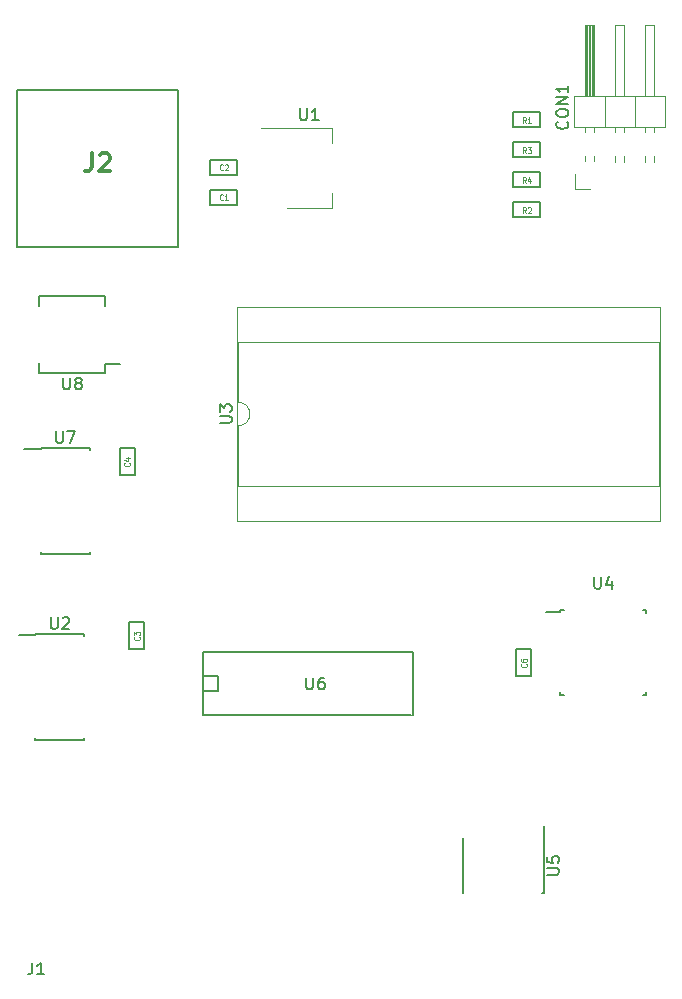
<source format=gto>
G04 #@! TF.GenerationSoftware,KiCad,Pcbnew,(2018-02-09 revision dba198e57)-makepkg*
G04 #@! TF.CreationDate,2018-02-11T15:57:52+01:00*
G04 #@! TF.ProjectId,videopaccart,766964656F706163636172742E6B6963,rev?*
G04 #@! TF.SameCoordinates,Original*
G04 #@! TF.FileFunction,Legend,Top*
G04 #@! TF.FilePolarity,Positive*
%FSLAX46Y46*%
G04 Gerber Fmt 4.6, Leading zero omitted, Abs format (unit mm)*
G04 Created by KiCad (PCBNEW (2018-02-09 revision dba198e57)-makepkg) date 02/11/18 15:57:52*
%MOMM*%
%LPD*%
G01*
G04 APERTURE LIST*
%ADD10C,0.200660*%
%ADD11C,0.120000*%
%ADD12C,0.150000*%
%ADD13C,0.127000*%
%ADD14C,0.304800*%
%ADD15C,0.114300*%
G04 APERTURE END LIST*
D10*
X137863580Y-46228000D02*
X137863580Y-59527440D01*
X137863580Y-59527440D02*
X124264420Y-59527440D01*
X124264420Y-59527440D02*
X124264420Y-46228000D01*
X124264420Y-46228000D02*
X137863580Y-46228000D01*
D11*
X171390000Y-49360000D02*
X179130000Y-49360000D01*
X179130000Y-49360000D02*
X179130000Y-46700000D01*
X179130000Y-46700000D02*
X171390000Y-46700000D01*
X171390000Y-46700000D02*
X171390000Y-49360000D01*
X172340000Y-46700000D02*
X172340000Y-40700000D01*
X172340000Y-40700000D02*
X173100000Y-40700000D01*
X173100000Y-40700000D02*
X173100000Y-46700000D01*
X172400000Y-46700000D02*
X172400000Y-40700000D01*
X172520000Y-46700000D02*
X172520000Y-40700000D01*
X172640000Y-46700000D02*
X172640000Y-40700000D01*
X172760000Y-46700000D02*
X172760000Y-40700000D01*
X172880000Y-46700000D02*
X172880000Y-40700000D01*
X173000000Y-46700000D02*
X173000000Y-40700000D01*
X172340000Y-49757071D02*
X172340000Y-49360000D01*
X173100000Y-49757071D02*
X173100000Y-49360000D01*
X172340000Y-52230000D02*
X172340000Y-51842929D01*
X173100000Y-52230000D02*
X173100000Y-51842929D01*
X173990000Y-49360000D02*
X173990000Y-46700000D01*
X174880000Y-46700000D02*
X174880000Y-40700000D01*
X174880000Y-40700000D02*
X175640000Y-40700000D01*
X175640000Y-40700000D02*
X175640000Y-46700000D01*
X174880000Y-49757071D02*
X174880000Y-49360000D01*
X175640000Y-49757071D02*
X175640000Y-49360000D01*
X174880000Y-52297071D02*
X174880000Y-51842929D01*
X175640000Y-52297071D02*
X175640000Y-51842929D01*
X176530000Y-49360000D02*
X176530000Y-46700000D01*
X177420000Y-46700000D02*
X177420000Y-40700000D01*
X177420000Y-40700000D02*
X178180000Y-40700000D01*
X178180000Y-40700000D02*
X178180000Y-46700000D01*
X177420000Y-49757071D02*
X177420000Y-49360000D01*
X178180000Y-49757071D02*
X178180000Y-49360000D01*
X177420000Y-52297071D02*
X177420000Y-51842929D01*
X178180000Y-52297071D02*
X178180000Y-51842929D01*
X172720000Y-54610000D02*
X171450000Y-54610000D01*
X171450000Y-54610000D02*
X171450000Y-53340000D01*
D12*
X170238000Y-90228000D02*
X170238000Y-90453000D01*
X177488000Y-90228000D02*
X177488000Y-90528000D01*
X177488000Y-97478000D02*
X177488000Y-97178000D01*
X170238000Y-97478000D02*
X170238000Y-97178000D01*
X170238000Y-90228000D02*
X170538000Y-90228000D01*
X170238000Y-97478000D02*
X170538000Y-97478000D01*
X177488000Y-97478000D02*
X177188000Y-97478000D01*
X177488000Y-90228000D02*
X177188000Y-90228000D01*
X170238000Y-90453000D02*
X169013000Y-90453000D01*
X168815000Y-114233000D02*
X168715000Y-114233000D01*
X161990000Y-114233000D02*
X162015000Y-114233000D01*
X161990000Y-109583000D02*
X162015000Y-109583000D01*
X168815000Y-108508000D02*
X168815000Y-114233000D01*
X161990000Y-109583000D02*
X161990000Y-114233000D01*
D11*
X150856000Y-56242000D02*
X150856000Y-54982000D01*
X150856000Y-49422000D02*
X150856000Y-50682000D01*
X147096000Y-56242000D02*
X150856000Y-56242000D01*
X144846000Y-49422000D02*
X150856000Y-49422000D01*
D12*
X125781000Y-92324000D02*
X125781000Y-92349000D01*
X129931000Y-92324000D02*
X129931000Y-92439000D01*
X129931000Y-101224000D02*
X129931000Y-101109000D01*
X125781000Y-101224000D02*
X125781000Y-101109000D01*
X125781000Y-92324000D02*
X129931000Y-92324000D01*
X125781000Y-101224000D02*
X129931000Y-101224000D01*
X125781000Y-92349000D02*
X124406000Y-92349000D01*
X131680000Y-70204000D02*
X131680000Y-69404000D01*
X126130000Y-70204000D02*
X126130000Y-69304000D01*
X126130000Y-63654000D02*
X126130000Y-64554000D01*
X131680000Y-63654000D02*
X131680000Y-64554000D01*
X131680000Y-70204000D02*
X126130000Y-70204000D01*
X131680000Y-63654000D02*
X126130000Y-63654000D01*
X131680000Y-69404000D02*
X132955000Y-69404000D01*
X126228000Y-76576000D02*
X126228000Y-76601000D01*
X130378000Y-76576000D02*
X130378000Y-76691000D01*
X130378000Y-85476000D02*
X130378000Y-85361000D01*
X126228000Y-85476000D02*
X126228000Y-85361000D01*
X126228000Y-76576000D02*
X130378000Y-76576000D01*
X126228000Y-85476000D02*
X130378000Y-85476000D01*
X126228000Y-76601000D02*
X124853000Y-76601000D01*
X157607000Y-99187000D02*
X139954000Y-99187000D01*
X139954000Y-93853000D02*
X157734000Y-93853000D01*
X157734000Y-99187000D02*
X157734000Y-93853000D01*
X139954000Y-93853000D02*
X139954000Y-99187000D01*
X139954000Y-95885000D02*
X141224000Y-95885000D01*
X141224000Y-95885000D02*
X141224000Y-97155000D01*
X141224000Y-97155000D02*
X139954000Y-97155000D01*
D11*
X142882000Y-64600000D02*
X142882000Y-82720000D01*
X178682000Y-64600000D02*
X142882000Y-64600000D01*
X178682000Y-82720000D02*
X178682000Y-64600000D01*
X142882000Y-82720000D02*
X178682000Y-82720000D01*
X142942000Y-67600000D02*
X142942000Y-72660000D01*
X178622000Y-67600000D02*
X142942000Y-67600000D01*
X178622000Y-79720000D02*
X178622000Y-67600000D01*
X142942000Y-79720000D02*
X178622000Y-79720000D01*
X142942000Y-74660000D02*
X142942000Y-79720000D01*
X142942000Y-72660000D02*
G75*
G02X142942000Y-74660000I0J-1000000D01*
G01*
D13*
X142875000Y-56007000D02*
X140589000Y-56007000D01*
X140589000Y-56007000D02*
X140589000Y-54737000D01*
X140589000Y-54737000D02*
X142875000Y-54737000D01*
X142875000Y-54737000D02*
X142875000Y-56007000D01*
X142875000Y-52197000D02*
X142875000Y-53467000D01*
X140589000Y-52197000D02*
X142875000Y-52197000D01*
X140589000Y-53467000D02*
X140589000Y-52197000D01*
X142875000Y-53467000D02*
X140589000Y-53467000D01*
X135001000Y-93599000D02*
X133731000Y-93599000D01*
X135001000Y-91313000D02*
X135001000Y-93599000D01*
X133731000Y-91313000D02*
X135001000Y-91313000D01*
X133731000Y-93599000D02*
X133731000Y-91313000D01*
X134239000Y-76581000D02*
X134239000Y-78867000D01*
X134239000Y-78867000D02*
X132969000Y-78867000D01*
X132969000Y-78867000D02*
X132969000Y-76581000D01*
X132969000Y-76581000D02*
X134239000Y-76581000D01*
X166497000Y-95885000D02*
X166497000Y-93599000D01*
X166497000Y-93599000D02*
X167767000Y-93599000D01*
X167767000Y-93599000D02*
X167767000Y-95885000D01*
X167767000Y-95885000D02*
X166497000Y-95885000D01*
X166243000Y-48133000D02*
X168529000Y-48133000D01*
X168529000Y-48133000D02*
X168529000Y-49403000D01*
X168529000Y-49403000D02*
X166243000Y-49403000D01*
X166243000Y-49403000D02*
X166243000Y-48133000D01*
X166243000Y-57023000D02*
X166243000Y-55753000D01*
X168529000Y-57023000D02*
X166243000Y-57023000D01*
X168529000Y-55753000D02*
X168529000Y-57023000D01*
X166243000Y-55753000D02*
X168529000Y-55753000D01*
X166243000Y-50673000D02*
X168529000Y-50673000D01*
X168529000Y-50673000D02*
X168529000Y-51943000D01*
X168529000Y-51943000D02*
X166243000Y-51943000D01*
X166243000Y-51943000D02*
X166243000Y-50673000D01*
X166243000Y-54483000D02*
X166243000Y-53213000D01*
X168529000Y-54483000D02*
X166243000Y-54483000D01*
X168529000Y-53213000D02*
X168529000Y-54483000D01*
X166243000Y-53213000D02*
X168529000Y-53213000D01*
D12*
X125506666Y-120102380D02*
X125506666Y-120816666D01*
X125459047Y-120959523D01*
X125363809Y-121054761D01*
X125220952Y-121102380D01*
X125125714Y-121102380D01*
X126506666Y-121102380D02*
X125935238Y-121102380D01*
X126220952Y-121102380D02*
X126220952Y-120102380D01*
X126125714Y-120245238D01*
X126030476Y-120340476D01*
X125935238Y-120388095D01*
D14*
X130571240Y-51596108D02*
X130571240Y-52684680D01*
X130498668Y-52902394D01*
X130353525Y-53047537D01*
X130135811Y-53120108D01*
X129990668Y-53120108D01*
X131224382Y-51741251D02*
X131296954Y-51668680D01*
X131442097Y-51596108D01*
X131804954Y-51596108D01*
X131950097Y-51668680D01*
X132022668Y-51741251D01*
X132095240Y-51886394D01*
X132095240Y-52031537D01*
X132022668Y-52249251D01*
X131151811Y-53120108D01*
X132095240Y-53120108D01*
D12*
X170807142Y-48899285D02*
X170854761Y-48946904D01*
X170902380Y-49089761D01*
X170902380Y-49185000D01*
X170854761Y-49327857D01*
X170759523Y-49423095D01*
X170664285Y-49470714D01*
X170473809Y-49518333D01*
X170330952Y-49518333D01*
X170140476Y-49470714D01*
X170045238Y-49423095D01*
X169950000Y-49327857D01*
X169902380Y-49185000D01*
X169902380Y-49089761D01*
X169950000Y-48946904D01*
X169997619Y-48899285D01*
X169902380Y-48280238D02*
X169902380Y-48089761D01*
X169950000Y-47994523D01*
X170045238Y-47899285D01*
X170235714Y-47851666D01*
X170569047Y-47851666D01*
X170759523Y-47899285D01*
X170854761Y-47994523D01*
X170902380Y-48089761D01*
X170902380Y-48280238D01*
X170854761Y-48375476D01*
X170759523Y-48470714D01*
X170569047Y-48518333D01*
X170235714Y-48518333D01*
X170045238Y-48470714D01*
X169950000Y-48375476D01*
X169902380Y-48280238D01*
X170902380Y-47423095D02*
X169902380Y-47423095D01*
X170902380Y-46851666D01*
X169902380Y-46851666D01*
X170902380Y-45851666D02*
X170902380Y-46423095D01*
X170902380Y-46137380D02*
X169902380Y-46137380D01*
X170045238Y-46232619D01*
X170140476Y-46327857D01*
X170188095Y-46423095D01*
X173101095Y-87455380D02*
X173101095Y-88264904D01*
X173148714Y-88360142D01*
X173196333Y-88407761D01*
X173291571Y-88455380D01*
X173482047Y-88455380D01*
X173577285Y-88407761D01*
X173624904Y-88360142D01*
X173672523Y-88264904D01*
X173672523Y-87455380D01*
X174577285Y-87788714D02*
X174577285Y-88455380D01*
X174339190Y-87407761D02*
X174101095Y-88122047D01*
X174720142Y-88122047D01*
X169117380Y-112669904D02*
X169926904Y-112669904D01*
X170022142Y-112622285D01*
X170069761Y-112574666D01*
X170117380Y-112479428D01*
X170117380Y-112288952D01*
X170069761Y-112193714D01*
X170022142Y-112146095D01*
X169926904Y-112098476D01*
X169117380Y-112098476D01*
X169117380Y-111146095D02*
X169117380Y-111622285D01*
X169593571Y-111669904D01*
X169545952Y-111622285D01*
X169498333Y-111527047D01*
X169498333Y-111288952D01*
X169545952Y-111193714D01*
X169593571Y-111146095D01*
X169688809Y-111098476D01*
X169926904Y-111098476D01*
X170022142Y-111146095D01*
X170069761Y-111193714D01*
X170117380Y-111288952D01*
X170117380Y-111527047D01*
X170069761Y-111622285D01*
X170022142Y-111669904D01*
X148184095Y-47784380D02*
X148184095Y-48593904D01*
X148231714Y-48689142D01*
X148279333Y-48736761D01*
X148374571Y-48784380D01*
X148565047Y-48784380D01*
X148660285Y-48736761D01*
X148707904Y-48689142D01*
X148755523Y-48593904D01*
X148755523Y-47784380D01*
X149755523Y-48784380D02*
X149184095Y-48784380D01*
X149469809Y-48784380D02*
X149469809Y-47784380D01*
X149374571Y-47927238D01*
X149279333Y-48022476D01*
X149184095Y-48070095D01*
X127094095Y-90851380D02*
X127094095Y-91660904D01*
X127141714Y-91756142D01*
X127189333Y-91803761D01*
X127284571Y-91851380D01*
X127475047Y-91851380D01*
X127570285Y-91803761D01*
X127617904Y-91756142D01*
X127665523Y-91660904D01*
X127665523Y-90851380D01*
X128094095Y-90946619D02*
X128141714Y-90899000D01*
X128236952Y-90851380D01*
X128475047Y-90851380D01*
X128570285Y-90899000D01*
X128617904Y-90946619D01*
X128665523Y-91041857D01*
X128665523Y-91137095D01*
X128617904Y-91279952D01*
X128046476Y-91851380D01*
X128665523Y-91851380D01*
X128143095Y-70581380D02*
X128143095Y-71390904D01*
X128190714Y-71486142D01*
X128238333Y-71533761D01*
X128333571Y-71581380D01*
X128524047Y-71581380D01*
X128619285Y-71533761D01*
X128666904Y-71486142D01*
X128714523Y-71390904D01*
X128714523Y-70581380D01*
X129333571Y-71009952D02*
X129238333Y-70962333D01*
X129190714Y-70914714D01*
X129143095Y-70819476D01*
X129143095Y-70771857D01*
X129190714Y-70676619D01*
X129238333Y-70629000D01*
X129333571Y-70581380D01*
X129524047Y-70581380D01*
X129619285Y-70629000D01*
X129666904Y-70676619D01*
X129714523Y-70771857D01*
X129714523Y-70819476D01*
X129666904Y-70914714D01*
X129619285Y-70962333D01*
X129524047Y-71009952D01*
X129333571Y-71009952D01*
X129238333Y-71057571D01*
X129190714Y-71105190D01*
X129143095Y-71200428D01*
X129143095Y-71390904D01*
X129190714Y-71486142D01*
X129238333Y-71533761D01*
X129333571Y-71581380D01*
X129524047Y-71581380D01*
X129619285Y-71533761D01*
X129666904Y-71486142D01*
X129714523Y-71390904D01*
X129714523Y-71200428D01*
X129666904Y-71105190D01*
X129619285Y-71057571D01*
X129524047Y-71009952D01*
X127541095Y-75103380D02*
X127541095Y-75912904D01*
X127588714Y-76008142D01*
X127636333Y-76055761D01*
X127731571Y-76103380D01*
X127922047Y-76103380D01*
X128017285Y-76055761D01*
X128064904Y-76008142D01*
X128112523Y-75912904D01*
X128112523Y-75103380D01*
X128493476Y-75103380D02*
X129160142Y-75103380D01*
X128731571Y-76103380D01*
X148717095Y-95972380D02*
X148717095Y-96781904D01*
X148764714Y-96877142D01*
X148812333Y-96924761D01*
X148907571Y-96972380D01*
X149098047Y-96972380D01*
X149193285Y-96924761D01*
X149240904Y-96877142D01*
X149288523Y-96781904D01*
X149288523Y-95972380D01*
X150193285Y-95972380D02*
X150002809Y-95972380D01*
X149907571Y-96020000D01*
X149859952Y-96067619D01*
X149764714Y-96210476D01*
X149717095Y-96400952D01*
X149717095Y-96781904D01*
X149764714Y-96877142D01*
X149812333Y-96924761D01*
X149907571Y-96972380D01*
X150098047Y-96972380D01*
X150193285Y-96924761D01*
X150240904Y-96877142D01*
X150288523Y-96781904D01*
X150288523Y-96543809D01*
X150240904Y-96448571D01*
X150193285Y-96400952D01*
X150098047Y-96353333D01*
X149907571Y-96353333D01*
X149812333Y-96400952D01*
X149764714Y-96448571D01*
X149717095Y-96543809D01*
X141394380Y-74421904D02*
X142203904Y-74421904D01*
X142299142Y-74374285D01*
X142346761Y-74326666D01*
X142394380Y-74231428D01*
X142394380Y-74040952D01*
X142346761Y-73945714D01*
X142299142Y-73898095D01*
X142203904Y-73850476D01*
X141394380Y-73850476D01*
X141394380Y-73469523D02*
X141394380Y-72850476D01*
X141775333Y-73183809D01*
X141775333Y-73040952D01*
X141822952Y-72945714D01*
X141870571Y-72898095D01*
X141965809Y-72850476D01*
X142203904Y-72850476D01*
X142299142Y-72898095D01*
X142346761Y-72945714D01*
X142394380Y-73040952D01*
X142394380Y-73326666D01*
X142346761Y-73421904D01*
X142299142Y-73469523D01*
D15*
X141655800Y-55517868D02*
X141634028Y-55542059D01*
X141568714Y-55566249D01*
X141525171Y-55566249D01*
X141459857Y-55542059D01*
X141416314Y-55493678D01*
X141394542Y-55445297D01*
X141372771Y-55348535D01*
X141372771Y-55275963D01*
X141394542Y-55179201D01*
X141416314Y-55130820D01*
X141459857Y-55082440D01*
X141525171Y-55058249D01*
X141568714Y-55058249D01*
X141634028Y-55082440D01*
X141655800Y-55106630D01*
X142091228Y-55566249D02*
X141829971Y-55566249D01*
X141960600Y-55566249D02*
X141960600Y-55058249D01*
X141917057Y-55130820D01*
X141873514Y-55179201D01*
X141829971Y-55203392D01*
X141655800Y-52977868D02*
X141634028Y-53002059D01*
X141568714Y-53026249D01*
X141525171Y-53026249D01*
X141459857Y-53002059D01*
X141416314Y-52953678D01*
X141394542Y-52905297D01*
X141372771Y-52808535D01*
X141372771Y-52735963D01*
X141394542Y-52639201D01*
X141416314Y-52590820D01*
X141459857Y-52542440D01*
X141525171Y-52518249D01*
X141568714Y-52518249D01*
X141634028Y-52542440D01*
X141655800Y-52566630D01*
X141829971Y-52566630D02*
X141851742Y-52542440D01*
X141895285Y-52518249D01*
X142004142Y-52518249D01*
X142047685Y-52542440D01*
X142069457Y-52566630D01*
X142091228Y-52615011D01*
X142091228Y-52663392D01*
X142069457Y-52735963D01*
X141808200Y-53026249D01*
X142091228Y-53026249D01*
X134582988Y-92532200D02*
X134607179Y-92553971D01*
X134631369Y-92619285D01*
X134631369Y-92662828D01*
X134607179Y-92728142D01*
X134558798Y-92771685D01*
X134510417Y-92793457D01*
X134413655Y-92815228D01*
X134341083Y-92815228D01*
X134244321Y-92793457D01*
X134195940Y-92771685D01*
X134147560Y-92728142D01*
X134123369Y-92662828D01*
X134123369Y-92619285D01*
X134147560Y-92553971D01*
X134171750Y-92532200D01*
X134123369Y-92379800D02*
X134123369Y-92096771D01*
X134316893Y-92249171D01*
X134316893Y-92183857D01*
X134341083Y-92140314D01*
X134365274Y-92118542D01*
X134413655Y-92096771D01*
X134534607Y-92096771D01*
X134582988Y-92118542D01*
X134607179Y-92140314D01*
X134631369Y-92183857D01*
X134631369Y-92314485D01*
X134607179Y-92358028D01*
X134582988Y-92379800D01*
X133749868Y-77800200D02*
X133774059Y-77821971D01*
X133798249Y-77887285D01*
X133798249Y-77930828D01*
X133774059Y-77996142D01*
X133725678Y-78039685D01*
X133677297Y-78061457D01*
X133580535Y-78083228D01*
X133507963Y-78083228D01*
X133411201Y-78061457D01*
X133362820Y-78039685D01*
X133314440Y-77996142D01*
X133290249Y-77930828D01*
X133290249Y-77887285D01*
X133314440Y-77821971D01*
X133338630Y-77800200D01*
X133459582Y-77408314D02*
X133798249Y-77408314D01*
X133266059Y-77517171D02*
X133628916Y-77626028D01*
X133628916Y-77343000D01*
X167348988Y-94818200D02*
X167373179Y-94839971D01*
X167397369Y-94905285D01*
X167397369Y-94948828D01*
X167373179Y-95014142D01*
X167324798Y-95057685D01*
X167276417Y-95079457D01*
X167179655Y-95101228D01*
X167107083Y-95101228D01*
X167010321Y-95079457D01*
X166961940Y-95057685D01*
X166913560Y-95014142D01*
X166889369Y-94948828D01*
X166889369Y-94905285D01*
X166913560Y-94839971D01*
X166937750Y-94818200D01*
X166889369Y-94426314D02*
X166889369Y-94513400D01*
X166913560Y-94556942D01*
X166937750Y-94578714D01*
X167010321Y-94622257D01*
X167107083Y-94644028D01*
X167300607Y-94644028D01*
X167348988Y-94622257D01*
X167373179Y-94600485D01*
X167397369Y-94556942D01*
X167397369Y-94469857D01*
X167373179Y-94426314D01*
X167348988Y-94404542D01*
X167300607Y-94382771D01*
X167179655Y-94382771D01*
X167131274Y-94404542D01*
X167107083Y-94426314D01*
X167082893Y-94469857D01*
X167082893Y-94556942D01*
X167107083Y-94600485D01*
X167131274Y-94622257D01*
X167179655Y-94644028D01*
X167309800Y-49033369D02*
X167157400Y-48791464D01*
X167048542Y-49033369D02*
X167048542Y-48525369D01*
X167222714Y-48525369D01*
X167266257Y-48549560D01*
X167288028Y-48573750D01*
X167309800Y-48622131D01*
X167309800Y-48694702D01*
X167288028Y-48743083D01*
X167266257Y-48767274D01*
X167222714Y-48791464D01*
X167048542Y-48791464D01*
X167745228Y-49033369D02*
X167483971Y-49033369D01*
X167614600Y-49033369D02*
X167614600Y-48525369D01*
X167571057Y-48597940D01*
X167527514Y-48646321D01*
X167483971Y-48670512D01*
X167309800Y-56653369D02*
X167157400Y-56411464D01*
X167048542Y-56653369D02*
X167048542Y-56145369D01*
X167222714Y-56145369D01*
X167266257Y-56169560D01*
X167288028Y-56193750D01*
X167309800Y-56242131D01*
X167309800Y-56314702D01*
X167288028Y-56363083D01*
X167266257Y-56387274D01*
X167222714Y-56411464D01*
X167048542Y-56411464D01*
X167483971Y-56193750D02*
X167505742Y-56169560D01*
X167549285Y-56145369D01*
X167658142Y-56145369D01*
X167701685Y-56169560D01*
X167723457Y-56193750D01*
X167745228Y-56242131D01*
X167745228Y-56290512D01*
X167723457Y-56363083D01*
X167462200Y-56653369D01*
X167745228Y-56653369D01*
X167309800Y-51573369D02*
X167157400Y-51331464D01*
X167048542Y-51573369D02*
X167048542Y-51065369D01*
X167222714Y-51065369D01*
X167266257Y-51089560D01*
X167288028Y-51113750D01*
X167309800Y-51162131D01*
X167309800Y-51234702D01*
X167288028Y-51283083D01*
X167266257Y-51307274D01*
X167222714Y-51331464D01*
X167048542Y-51331464D01*
X167462200Y-51065369D02*
X167745228Y-51065369D01*
X167592828Y-51258893D01*
X167658142Y-51258893D01*
X167701685Y-51283083D01*
X167723457Y-51307274D01*
X167745228Y-51355655D01*
X167745228Y-51476607D01*
X167723457Y-51524988D01*
X167701685Y-51549179D01*
X167658142Y-51573369D01*
X167527514Y-51573369D01*
X167483971Y-51549179D01*
X167462200Y-51524988D01*
X167309800Y-54113369D02*
X167157400Y-53871464D01*
X167048542Y-54113369D02*
X167048542Y-53605369D01*
X167222714Y-53605369D01*
X167266257Y-53629560D01*
X167288028Y-53653750D01*
X167309800Y-53702131D01*
X167309800Y-53774702D01*
X167288028Y-53823083D01*
X167266257Y-53847274D01*
X167222714Y-53871464D01*
X167048542Y-53871464D01*
X167701685Y-53774702D02*
X167701685Y-54113369D01*
X167592828Y-53581179D02*
X167483971Y-53944036D01*
X167767000Y-53944036D01*
M02*

</source>
